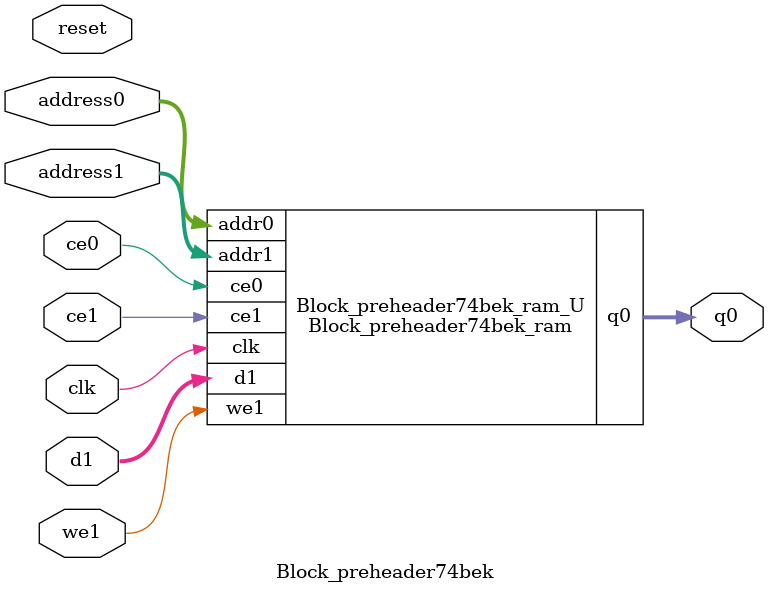
<source format=v>
`timescale 1 ns / 1 ps
module Block_preheader74bek_ram (addr0, ce0, q0, addr1, ce1, d1, we1,  clk);

parameter DWIDTH = 5;
parameter AWIDTH = 12;
parameter MEM_SIZE = 2624;

input[AWIDTH-1:0] addr0;
input ce0;
output reg[DWIDTH-1:0] q0;
input[AWIDTH-1:0] addr1;
input ce1;
input[DWIDTH-1:0] d1;
input we1;
input clk;

(* ram_style = "block" *)reg [DWIDTH-1:0] ram[0:MEM_SIZE-1];




always @(posedge clk)  
begin 
    if (ce0) begin
        q0 <= ram[addr0];
    end
end


always @(posedge clk)  
begin 
    if (ce1) begin
        if (we1) 
            ram[addr1] <= d1; 
    end
end


endmodule

`timescale 1 ns / 1 ps
module Block_preheader74bek(
    reset,
    clk,
    address0,
    ce0,
    q0,
    address1,
    ce1,
    we1,
    d1);

parameter DataWidth = 32'd5;
parameter AddressRange = 32'd2624;
parameter AddressWidth = 32'd12;
input reset;
input clk;
input[AddressWidth - 1:0] address0;
input ce0;
output[DataWidth - 1:0] q0;
input[AddressWidth - 1:0] address1;
input ce1;
input we1;
input[DataWidth - 1:0] d1;



Block_preheader74bek_ram Block_preheader74bek_ram_U(
    .clk( clk ),
    .addr0( address0 ),
    .ce0( ce0 ),
    .q0( q0 ),
    .addr1( address1 ),
    .ce1( ce1 ),
    .we1( we1 ),
    .d1( d1 ));

endmodule


</source>
